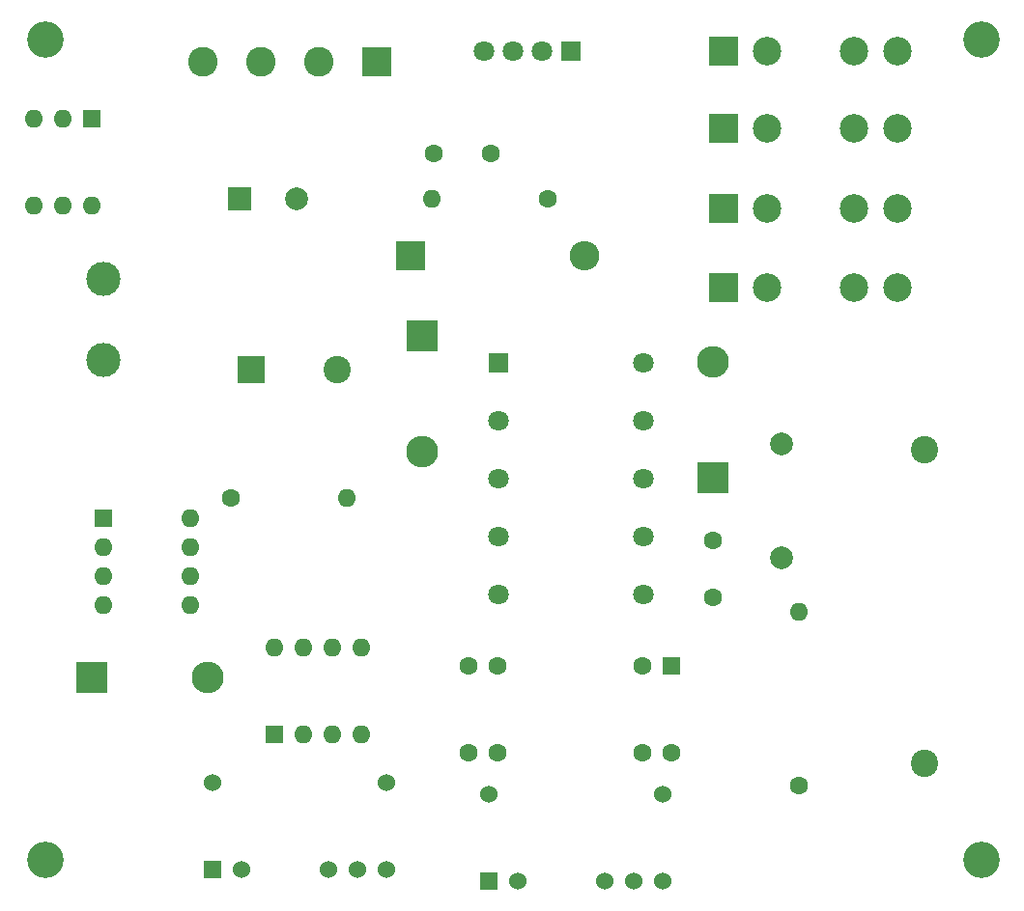
<source format=gts>
%TF.GenerationSoftware,KiCad,Pcbnew,(5.1.10-1-10_14)*%
%TF.CreationDate,2022-04-01T14:18:11+03:00*%
%TF.ProjectId,Convertor_15v_to_20v:500v,436f6e76-6572-4746-9f72-5f3135765f74,rev?*%
%TF.SameCoordinates,Original*%
%TF.FileFunction,Soldermask,Top*%
%TF.FilePolarity,Negative*%
%FSLAX46Y46*%
G04 Gerber Fmt 4.6, Leading zero omitted, Abs format (unit mm)*
G04 Created by KiCad (PCBNEW (5.1.10-1-10_14)) date 2022-04-01 14:18:11*
%MOMM*%
%LPD*%
G01*
G04 APERTURE LIST*
%ADD10C,3.200000*%
%ADD11C,2.500000*%
%ADD12R,2.500000X2.500000*%
%ADD13O,1.600000X1.600000*%
%ADD14R,1.600000X1.600000*%
%ADD15C,1.524000*%
%ADD16R,1.524000X1.524000*%
%ADD17C,1.600000*%
%ADD18C,3.000000*%
%ADD19C,1.800000*%
%ADD20R,1.800000X1.800000*%
%ADD21C,2.600000*%
%ADD22R,2.600000X2.600000*%
%ADD23O,2.800000X2.800000*%
%ADD24R,2.800000X2.800000*%
%ADD25O,2.600000X2.600000*%
%ADD26C,2.400000*%
%ADD27C,2.000000*%
%ADD28R,2.400000X2.400000*%
%ADD29R,2.000000X2.000000*%
G04 APERTURE END LIST*
D10*
%TO.C,H4*%
X206000000Y-147000000D03*
%TD*%
%TO.C,H3*%
X206000000Y-75000000D03*
%TD*%
%TO.C,H2*%
X124000000Y-147000000D03*
%TD*%
%TO.C,H1*%
X124000000Y-75000000D03*
%TD*%
D11*
%TO.C,U10*%
X198620000Y-76000000D03*
X194810000Y-76000000D03*
X187190000Y-76000000D03*
D12*
X183380000Y-76000000D03*
%TD*%
D11*
%TO.C,U9*%
X198620000Y-82800000D03*
X194810000Y-82800000D03*
X187190000Y-82800000D03*
D12*
X183380000Y-82800000D03*
%TD*%
D13*
%TO.C,U8*%
X128000000Y-89620000D03*
X122920000Y-82000000D03*
X125460000Y-89620000D03*
X125460000Y-82000000D03*
X122920000Y-89620000D03*
D14*
X128000000Y-82000000D03*
%TD*%
D11*
%TO.C,U7*%
X198620000Y-96800000D03*
X194810000Y-96800000D03*
X187190000Y-96800000D03*
D12*
X183380000Y-96800000D03*
%TD*%
D11*
%TO.C,U6*%
X198620000Y-89800000D03*
X194810000Y-89800000D03*
X187190000Y-89800000D03*
D12*
X183380000Y-89800000D03*
%TD*%
D15*
%TO.C,U5*%
X162850000Y-141190000D03*
X178090000Y-141190000D03*
X178090000Y-148810000D03*
X175550000Y-148810000D03*
X173010000Y-148810000D03*
X165390000Y-148810000D03*
D16*
X162850000Y-148810000D03*
%TD*%
D17*
%TO.C,U4*%
X178800000Y-137620000D03*
X161020000Y-130000000D03*
X176260000Y-137620000D03*
X163560000Y-130000000D03*
X163560000Y-137620000D03*
X176260000Y-130000000D03*
X161020000Y-137620000D03*
D14*
X178800000Y-130000000D03*
%TD*%
D15*
%TO.C,U3*%
X138650000Y-140190000D03*
X153890000Y-140190000D03*
X153890000Y-147810000D03*
X151350000Y-147810000D03*
X148810000Y-147810000D03*
X141190000Y-147810000D03*
D16*
X138650000Y-147810000D03*
%TD*%
D13*
%TO.C,U2*%
X136620000Y-117000000D03*
X129000000Y-124620000D03*
X136620000Y-119540000D03*
X129000000Y-122080000D03*
X136620000Y-122080000D03*
X129000000Y-119540000D03*
X136620000Y-124620000D03*
D14*
X129000000Y-117000000D03*
%TD*%
D13*
%TO.C,U1*%
X144000000Y-128380000D03*
X151620000Y-136000000D03*
X146540000Y-128380000D03*
X149080000Y-136000000D03*
X149080000Y-128380000D03*
X146540000Y-136000000D03*
X151620000Y-128380000D03*
D14*
X144000000Y-136000000D03*
%TD*%
D13*
%TO.C,R12*%
X190000000Y-125260000D03*
D17*
X190000000Y-140500000D03*
%TD*%
D13*
%TO.C,R7*%
X150410000Y-115250000D03*
D17*
X140250000Y-115250000D03*
%TD*%
D13*
%TO.C,R5*%
X157840000Y-89000000D03*
D17*
X168000000Y-89000000D03*
%TD*%
D18*
%TO.C,L1*%
X129000000Y-103110000D03*
X129000000Y-96000000D03*
%TD*%
D19*
%TO.C,J2*%
X162380000Y-76000000D03*
X167460000Y-76000000D03*
D20*
X170000000Y-76000000D03*
D19*
X164920000Y-76000000D03*
%TD*%
D21*
%TO.C,J1*%
X137760000Y-77000000D03*
X142840000Y-77000000D03*
X147920000Y-77000000D03*
D22*
X153000000Y-77000000D03*
%TD*%
D20*
%TO.C,T1*%
X163685000Y-103420000D03*
D19*
X163685000Y-108500000D03*
X163685000Y-113580000D03*
X163685000Y-118660000D03*
X163685000Y-123740000D03*
X176385000Y-123740000D03*
X176385000Y-118660000D03*
X176385000Y-113580000D03*
X176385000Y-108500000D03*
X176385000Y-103420000D03*
%TD*%
D23*
%TO.C,D4*%
X182500000Y-103340000D03*
D24*
X182500000Y-113500000D03*
%TD*%
D23*
%TO.C,D3*%
X157000000Y-111160000D03*
D24*
X157000000Y-101000000D03*
%TD*%
D25*
%TO.C,D2*%
X171240000Y-94000000D03*
D22*
X156000000Y-94000000D03*
%TD*%
D23*
%TO.C,D1*%
X138160000Y-131000000D03*
D24*
X128000000Y-131000000D03*
%TD*%
D26*
%TO.C,C11*%
X201000000Y-138500000D03*
X201000000Y-111000000D03*
%TD*%
D17*
%TO.C,C9*%
X182500000Y-124000000D03*
X182500000Y-119000000D03*
%TD*%
D27*
%TO.C,C8*%
X188500000Y-110500000D03*
X188500000Y-120500000D03*
%TD*%
D17*
%TO.C,C5*%
X158000000Y-85000000D03*
X163000000Y-85000000D03*
%TD*%
D26*
%TO.C,C4*%
X149500000Y-104000000D03*
D28*
X142000000Y-104000000D03*
%TD*%
D27*
%TO.C,C1*%
X146000000Y-89000000D03*
D29*
X141000000Y-89000000D03*
%TD*%
M02*

</source>
